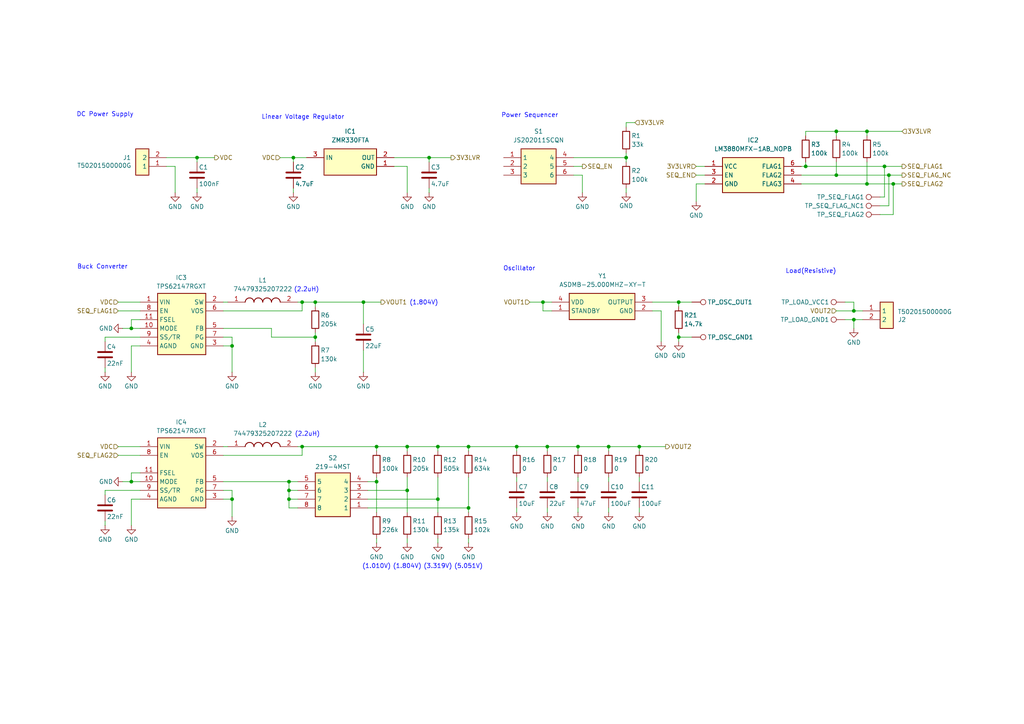
<source format=kicad_sch>
(kicad_sch (version 20250114) (generator "eeschema") (generator_version "9.0")
  (paper "A4")
  (title_block (title "FPGA Pre Test") (date "2025-10-09") (rev "v1.0.0") (comment 1 "Github: https://github.com/bsiyoung/FPGA_Pre_Test") (comment 2 "Author: Park Siyoung"))
  (lib_symbols
    (symbol "219-4MST:219-4MST"
      (property "Reference" "S" (at 16.51 7.62 0))
      (property "Value" "219-4MST" (at 16.51 5.08 0))
      (symbol "219-4MST_1_1"
        (rectangle (start 5.08 2.54) (end 15.24 -10.16) (stroke (width 0.254)) (fill (type background)))
        (pin passive line (at 0 0 0) (length 5.08) (name "1") (number "1"))
        (pin passive line (at 0 -2.54 0) (length 5.08) (name "2") (number "2"))
        (pin passive line (at 0 -5.08 0) (length 5.08) (name "3") (number "3"))
        (pin passive line (at 0 -7.62 0) (length 5.08) (name "4") (number "4"))
        (pin passive line (at 20.32 0 180) (length 5.08) (name "8") (number "8"))
        (pin passive line (at 20.32 -2.54 180) (length 5.08) (name "7") (number "7"))
        (pin passive line (at 20.32 -5.08 180) (length 5.08) (name "6") (number "6"))
        (pin passive line (at 20.32 -7.62 180) (length 5.08) (name "5") (number "5"))
      )
    )
    (symbol "74479325207222:74479325207222" (pin_names (hide yes))
      (property "Reference" "L" (at 16.51 6.35 0))
      (property "Value" "74479325207222" (at 16.51 3.81 0))
      (symbol "74479325207222_1_1"
        (arc (start 5.08 0) (mid 6.35 1.219) (end 7.62 0) (stroke (width 0.254)))
        (arc (start 7.62 0) (mid 8.89 1.219) (end 10.16 0) (stroke (width 0.254)))
        (arc (start 10.16 0) (mid 11.43 1.219) (end 12.7 0) (stroke (width 0.254)))
        (arc (start 12.7 0) (mid 13.97 1.219) (end 15.24 0) (stroke (width 0.254)))
        (pin passive line (at 0 0 0) (length 5.08) (name "1") (number "1"))
        (pin passive line (at 20.32 0 180) (length 5.08) (name "2") (number "2"))
      )
    )
    (symbol "ASDMB-25.000MHZ-XY-T:ASDMB-25.000MHZ-XY-T"
      (property "Reference" "Y1" (at 14.732 7.62 0))
      (property "Value" "ASDMB-25.000MHZ-XY-T" (at 14.732 5.08 0))
      (symbol "ASDMB-25.000MHZ-XY-T_1_1"
        (rectangle (start 5.08 2.54) (end 24.13 -5.08) (stroke (width 0.254)) (fill (type background)))
        (pin passive line (at 0 0 0) (length 5.08) (name "VDD") (number "4"))
        (pin passive line (at 0 -2.54 0) (length 5.08) (name "STANDBY") (number "1"))
        (pin passive line (at 29.21 0 180) (length 5.08) (name "OUTPUT") (number "3"))
        (pin passive line (at 29.21 -2.54 180) (length 5.08) (name "GND") (number "2"))
      )
    )
    (symbol "Connector:TestPoint" (pin_numbers (hide yes)) (pin_names (offset 0.762) (hide yes))
      (property "Reference" "TP" (at 0 6.858 0))
      (property "Value" "TestPoint" (at 0 5.08 0))
      (symbol "TestPoint_0_1"
        (circle (center 0 3.302) (radius 0.762))
      )
      (symbol "TestPoint_1_1"
        (pin passive line (at 0 0 90) (length 2.54) (name "1") (number "1"))
      )
    )
    (symbol "Device:C" (pin_numbers (hide yes)) (pin_names (offset 0.254))
      (property "Reference" "C" (at 0.635 2.54 0))
      (property "Value" "C" (at 0.635 -2.54 0))
      (symbol "C_0_1"
        (polyline (pts (xy -2.032 0.762) (xy 2.032 0.762)) (stroke (width 0.508)))
        (polyline (pts (xy -2.032 -0.762) (xy 2.032 -0.762)) (stroke (width 0.508)))
      )
      (symbol "C_1_1"
        (pin passive line (at 0 3.81 270) (length 2.794) (name "~") (number "1"))
        (pin passive line (at 0 -3.81 90) (length 2.794) (name "~") (number "2"))
      )
    )
    (symbol "Device:R" (pin_numbers (hide yes)) (pin_names (offset 0))
      (property "Reference" "R" (at 2.032 0 90))
      (property "Value" "R" (at 0 0 90))
      (symbol "R_0_1"
        (rectangle (start -1.016 -2.54) (end 1.016 2.54) (stroke (width 0.254)))
      )
      (symbol "R_1_1"
        (pin passive line (at 0 3.81 270) (length 1.27) (name "~") (number "1"))
        (pin passive line (at 0 -3.81 90) (length 1.27) (name "~") (number "2"))
      )
    )
    (symbol "JS202011SCQN:JS202011SCQN"
      (property "Reference" "S" (at 16.51 7.62 0))
      (property "Value" "JS202011SCQN" (at 16.51 5.08 0))
      (symbol "JS202011SCQN_1_1"
        (rectangle (start 5.08 2.54) (end 15.24 -7.62) (stroke (width 0.254)) (fill (type background)))
        (pin passive line (at 0 0 0) (length 5.08) (name "1") (number "1"))
        (pin passive line (at 0 -2.54 0) (length 5.08) (name "2") (number "2"))
        (pin passive line (at 0 -5.08 0) (length 5.08) (name "3") (number "3"))
        (pin passive line (at 20.32 0 180) (length 5.08) (name "4") (number "4"))
        (pin passive line (at 20.32 -2.54 180) (length 5.08) (name "5") (number "5"))
        (pin passive line (at 20.32 -5.08 180) (length 5.08) (name "6") (number "6"))
      )
    )
    (symbol "LM3880MFX-1AB_NOPB:LM3880MFX-1AB_NOPB"
      (property "Reference" "IC2" (at 13.97 7.62 0))
      (property "Value" "LM3880MFX-1AB_NOPB" (at 13.97 5.08 0))
      (symbol "LM3880MFX-1AB_NOPB_1_1"
        (rectangle (start 5.08 2.54) (end 22.86 -7.62) (stroke (width 0.254)) (fill (type background)))
        (pin passive line (at 0 0 0) (length 5.08) (name "VCC") (number "1"))
        (pin passive line (at 0 -2.54 0) (length 5.08) (name "EN") (number "3"))
        (pin passive line (at 0 -5.08 0) (length 5.08) (name "GND") (number "2"))
        (pin passive line (at 27.94 0 180) (length 5.08) (name "FLAG1") (number "6"))
        (pin passive line (at 27.94 -2.54 180) (length 5.08) (name "FLAG2") (number "5"))
        (pin passive line (at 27.94 -5.08 180) (length 5.08) (name "FLAG3") (number "4"))
      )
    )
    (symbol "T50201500000G:T50201500000G"
      (property "Reference" "J1" (at 10.16 -10.16 0))
      (property "Value" "T50201500000G" (at 10.16 -7.62 0))
      (symbol "T50201500000G_1_1"
        (rectangle (start 5.08 2.54) (end 8.89 -5.08) (stroke (width 0.254)) (fill (type background)))
        (pin passive line (at 0 0 0) (length 5.08) (name "1") (number "1"))
        (pin passive line (at 0 -2.54 0) (length 5.08) (name "2") (number "2"))
      )
    )
    (symbol "TPS62147RGXT:TPS62147RGXT"
      (property "Reference" "IC3" (at 11.938 7.112 0))
      (property "Value" "TPS62147RGXT" (at 11.938 4.572 0))
      (symbol "TPS62147RGXT_1_1"
        (rectangle (start 5.08 2.54) (end 19.05 -15.24) (stroke (width 0.254)) (fill (type background)))
        (pin passive line (at 0 0 0) (length 5.08) (name "VIN") (number "1"))
        (pin passive line (at 0 -2.54 0) (length 5.08) (name "EN") (number "8"))
        (pin passive line (at 0 -5.08 0) (length 5.08) (name "FSEL") (number "11"))
        (pin passive line (at 0 -7.62 0) (length 5.08) (name "MODE") (number "10"))
        (pin passive line (at 0 -10.16 0) (length 5.08) (name "SS/TR") (number "9"))
        (pin passive line (at 0 -12.7 0) (length 5.08) (name "AGND") (number "4"))
        (pin passive line (at 24.13 0 180) (length 5.08) (name "SW") (number "2"))
        (pin passive line (at 24.13 -2.54 180) (length 5.08) (name "VOS") (number "6"))
        (pin passive line (at 24.13 -7.62 180) (length 5.08) (name "FB") (number "5"))
        (pin passive line (at 24.13 -10.16 180) (length 5.08) (name "PG") (number "7"))
        (pin passive line (at 24.13 -12.7 180) (length 5.08) (name "GND") (number "3"))
      )
    )
    (symbol "TPS62147RGXT_1"
      (property "Reference" "IC4" (at 11.938 7.112 0))
      (property "Value" "TPS62147RGXT" (at 11.938 4.572 0))
      (symbol "TPS62147RGXT_1_1_1"
        (rectangle (start 5.08 2.54) (end 19.05 -17.78) (stroke (width 0.254)) (fill (type background)))
        (pin passive line (at 0 0 0) (length 5.08) (name "VIN") (number "1"))
        (pin passive line (at 0 -2.54 0) (length 5.08) (name "EN") (number "8"))
        (pin passive line (at 0 -7.62 0) (length 5.08) (name "FSEL") (number "11"))
        (pin passive line (at 0 -10.16 0) (length 5.08) (name "MODE") (number "10"))
        (pin passive line (at 0 -12.7 0) (length 5.08) (name "SS/TR") (number "9"))
        (pin passive line (at 0 -15.24 0) (length 5.08) (name "AGND") (number "4"))
        (pin passive line (at 24.13 0 180) (length 5.08) (name "SW") (number "2"))
        (pin passive line (at 24.13 -2.54 180) (length 5.08) (name "VOS") (number "6"))
        (pin passive line (at 24.13 -10.16 180) (length 5.08) (name "FB") (number "5"))
        (pin passive line (at 24.13 -12.7 180) (length 5.08) (name "PG") (number "7"))
        (pin passive line (at 24.13 -15.24 180) (length 5.08) (name "GND") (number "3"))
      )
    )
    (symbol "ZMR330FTA:ZMR330FTA"
      (property "Reference" "IC1" (at 12.7 7.62 0))
      (property "Value" "ZMR330FTA" (at 12.7 5.08 0))
      (symbol "ZMR330FTA_1_1"
        (rectangle (start 5.08 2.54) (end 20.32 -5.08) (stroke (width 0.254)) (fill (type background)))
        (pin passive line (at 0 0 0) (length 5.08) (name "IN") (number "3"))
        (pin passive line (at 25.4 0 180) (length 5.08) (name "OUT") (number "2"))
        (pin passive line (at 25.4 -2.54 180) (length 5.08) (name "GND") (number "1"))
      )
    )
    (symbol "power:GND" (power) (pin_numbers (hide yes)) (pin_names (offset 0) (hide yes))
      (property "Value" "GND" (at 0 -3.81 0))
      (symbol "GND_0_1"
        (polyline (pts (xy 0 0) (xy 0 -1.27) (xy 1.27 -1.27) (xy 0 -2.54) (xy -1.27 -1.27) (xy 0 -1.27)))
      )
      (symbol "GND_1_1"
        (pin power_in line (at 0 0 270) (length 0) (name "~") (number "1"))
      )
    )
  )
  (text "Linear Voltage Regulator\n" (at 87.884 34.036 0) (effects (font (size 1.27 1.27))))
  (text "(1.804V)" (at 122.936 87.884 0) (effects (font (size 1.27 1.27))))
  (text "Oscillator" (at 150.622 77.978 0) (effects (font (size 1.27 1.27))))
  (text "(1.010V)" (at 109.22 164.338 0) (effects (font (size 1.27 1.27))))
  (text "Power Sequencer" (at 153.67 33.528 0) (effects (font (size 1.27 1.27))))
  (text "(2.2uH)" (at 89.154 125.984 0) (effects (font (size 1.27 1.27))))
  (text "Buck Converter" (at 29.718 77.47 0) (effects (font (size 1.27 1.27))))
  (text "(2.2uH)" (at 88.9 84.074 0) (effects (font (size 1.27 1.27))))
  (text "Load(Resistive)" (at 235.204 78.74 0) (effects (font (size 1.27 1.27))))
  (text "(3.319V)" (at 127 164.338 0) (effects (font (size 1.27 1.27))))
  (text "(1.804V)" (at 118.11 164.338 0) (effects (font (size 1.27 1.27))))
  (text "DC Power Supply\n" (at 30.48 33.274 0) (effects (font (size 1.27 1.27))))
  (text "(5.051V)" (at 135.89 164.338 0) (effects (font (size 1.27 1.27))))
  (junction (at 109.22 139.7))
  (junction (at 109.22 129.54))
  (junction (at 124.46 45.72))
  (junction (at 233.68 48.26))
  (junction (at 91.44 97.79))
  (junction (at 247.65 92.71))
  (junction (at 87.63 87.63))
  (junction (at 185.42 129.54))
  (junction (at 256.54 48.26))
  (junction (at 149.86 129.54))
  (junction (at 257.81 50.8))
  (junction (at 135.89 147.32))
  (junction (at 105.41 87.63))
  (junction (at 247.65 90.17))
  (junction (at 167.64 129.54))
  (junction (at 251.46 53.34))
  (junction (at 242.57 50.8))
  (junction (at 259.08 53.34))
  (junction (at 127 129.54))
  (junction (at 67.31 144.78))
  (junction (at 196.85 87.63))
  (junction (at 87.63 129.54))
  (junction (at 85.09 45.72))
  (junction (at 57.15 45.72))
  (junction (at 196.85 97.79))
  (junction (at 127 144.78))
  (junction (at 38.1 139.7))
  (junction (at 118.11 129.54))
  (junction (at 158.75 129.54))
  (junction (at 135.89 129.54))
  (junction (at 83.82 142.24))
  (junction (at 176.53 129.54))
  (junction (at 38.1 95.25))
  (junction (at 83.82 144.78))
  (junction (at 157.48 87.63))
  (junction (at 67.31 100.33))
  (junction (at 118.11 142.24))
  (junction (at 251.46 38.1))
  (junction (at 91.44 87.63))
  (junction (at 83.82 139.7))
  (junction (at 181.61 45.72))
  (junction (at 242.57 38.1))
  (wire (pts (xy 87.63 87.63) (xy 86.36 87.63)))
  (wire (pts (xy 83.82 139.7) (xy 83.82 142.24)))
  (wire (pts (xy 256.54 48.26) (xy 256.54 57.15)))
  (wire (pts (xy 247.65 92.71) (xy 250.19 92.71)))
  (wire (pts (xy 232.41 50.8) (xy 242.57 50.8)))
  (wire (pts (xy 160.02 90.17) (xy 157.48 90.17)))
  (wire (pts (xy 251.46 38.1) (xy 251.46 39.37)))
  (wire (pts (xy 196.85 88.9) (xy 196.85 87.63)))
  (wire (pts (xy 85.09 45.72) (xy 88.9 45.72)))
  (wire (pts (xy 166.37 48.26) (xy 168.91 48.26)))
  (wire (pts (xy 127 129.54) (xy 135.89 129.54)))
  (wire (pts (xy 105.41 93.98) (xy 105.41 87.63)))
  (wire (pts (xy 149.86 129.54) (xy 158.75 129.54)))
  (wire (pts (xy 242.57 50.8) (xy 257.81 50.8)))
  (wire (pts (xy 247.65 90.17) (xy 250.19 90.17)))
  (wire (pts (xy 106.68 139.7) (xy 109.22 139.7)))
  (wire (pts (xy 127 138.43) (xy 127 144.78)))
  (wire (pts (xy 233.68 48.26) (xy 233.68 46.99)))
  (wire (pts (xy 245.11 87.63) (xy 247.65 87.63)))
  (wire (pts (xy 135.89 156.21) (xy 135.89 157.48)))
  (wire (pts (xy 181.61 54.61) (xy 181.61 55.88)))
  (wire (pts (xy 176.53 147.32) (xy 176.53 148.59)))
  (wire (pts (xy 109.22 129.54) (xy 109.22 130.81)))
  (wire (pts (xy 158.75 138.43) (xy 158.75 139.7)))
  (wire (pts (xy 38.1 144.78) (xy 40.64 144.78)))
  (wire (pts (xy 135.89 129.54) (xy 149.86 129.54)))
  (wire (pts (xy 257.81 50.8) (xy 261.62 50.8)))
  (wire (pts (xy 247.65 95.25) (xy 247.65 92.71)))
  (wire (pts (xy 109.22 139.7) (xy 109.22 148.59)))
  (wire (pts (xy 78.74 95.25) (xy 78.74 97.79)))
  (wire (pts (xy 158.75 147.32) (xy 158.75 148.59)))
  (wire (pts (xy 124.46 45.72) (xy 130.81 45.72)))
  (wire (pts (xy 30.48 151.13) (xy 30.48 152.4)))
  (wire (pts (xy 167.64 138.43) (xy 167.64 139.7)))
  (wire (pts (xy 57.15 45.72) (xy 62.23 45.72)))
  (wire (pts (xy 105.41 101.6) (xy 105.41 107.95)))
  (wire (pts (xy 83.82 147.32) (xy 83.82 144.78)))
  (wire (pts (xy 67.31 142.24) (xy 67.31 144.78)))
  (wire (pts (xy 242.57 38.1) (xy 242.57 39.37)))
  (wire (pts (xy 87.63 87.63) (xy 91.44 87.63)))
  (wire (pts (xy 255.27 59.69) (xy 257.81 59.69)))
  (wire (pts (xy 118.11 129.54) (xy 127 129.54)))
  (wire (pts (xy 176.53 138.43) (xy 176.53 139.7)))
  (wire (pts (xy 38.1 144.78) (xy 38.1 152.4)))
  (wire (pts (xy 185.42 129.54) (xy 185.42 130.81)))
  (wire (pts (xy 196.85 97.79) (xy 200.66 97.79)))
  (wire (pts (xy 135.89 138.43) (xy 135.89 147.32)))
  (wire (pts (xy 87.63 129.54) (xy 86.36 129.54)))
  (wire (pts (xy 256.54 48.26) (xy 261.62 48.26)))
  (wire (pts (xy 40.64 97.79) (xy 30.48 97.79)))
  (wire (pts (xy 64.77 144.78) (xy 67.31 144.78)))
  (wire (pts (xy 50.8 48.26) (xy 48.26 48.26)))
  (wire (pts (xy 251.46 53.34) (xy 232.41 53.34)))
  (wire (pts (xy 38.1 100.33) (xy 38.1 107.95)))
  (wire (pts (xy 201.93 48.26) (xy 204.47 48.26)))
  (wire (pts (xy 106.68 144.78) (xy 127 144.78)))
  (wire (pts (xy 35.56 95.25) (xy 38.1 95.25)))
  (wire (pts (xy 149.86 147.32) (xy 149.86 148.59)))
  (wire (pts (xy 118.11 129.54) (xy 118.11 130.81)))
  (wire (pts (xy 176.53 129.54) (xy 185.42 129.54)))
  (wire (pts (xy 30.48 142.24) (xy 30.48 143.51)))
  (wire (pts (xy 167.64 129.54) (xy 167.64 130.81)))
  (wire (pts (xy 30.48 97.79) (xy 30.48 99.06)))
  (wire (pts (xy 109.22 138.43) (xy 109.22 139.7)))
  (wire (pts (xy 38.1 92.71) (xy 38.1 95.25)))
  (wire (pts (xy 157.48 87.63) (xy 160.02 87.63)))
  (wire (pts (xy 64.77 142.24) (xy 67.31 142.24)))
  (wire (pts (xy 81.28 45.72) (xy 85.09 45.72)))
  (wire (pts (xy 127 156.21) (xy 127 157.48)))
  (wire (pts (xy 185.42 138.43) (xy 185.42 139.7)))
  (wire (pts (xy 251.46 46.99) (xy 251.46 53.34)))
  (wire (pts (xy 242.57 38.1) (xy 251.46 38.1)))
  (wire (pts (xy 124.46 54.61) (xy 124.46 55.88)))
  (wire (pts (xy 201.93 53.34) (xy 201.93 58.42)))
  (wire (pts (xy 127 129.54) (xy 127 130.81)))
  (wire (pts (xy 64.77 95.25) (xy 78.74 95.25)))
  (wire (pts (xy 38.1 100.33) (xy 40.64 100.33)))
  (wire (pts (xy 114.3 45.72) (xy 124.46 45.72)))
  (wire (pts (xy 64.77 97.79) (xy 67.31 97.79)))
  (wire (pts (xy 167.64 147.32) (xy 167.64 148.59)))
  (wire (pts (xy 67.31 100.33) (xy 67.31 107.95)))
  (wire (pts (xy 114.3 48.26) (xy 118.11 48.26)))
  (wire (pts (xy 196.85 97.79) (xy 196.85 99.06)))
  (wire (pts (xy 191.77 99.06) (xy 191.77 90.17)))
  (wire (pts (xy 201.93 50.8) (xy 204.47 50.8)))
  (wire (pts (xy 78.74 97.79) (xy 91.44 97.79)))
  (wire (pts (xy 109.22 129.54) (xy 118.11 129.54)))
  (wire (pts (xy 232.41 48.26) (xy 233.68 48.26)))
  (wire (pts (xy 185.42 129.54) (xy 193.04 129.54)))
  (wire (pts (xy 91.44 88.9) (xy 91.44 87.63)))
  (wire (pts (xy 251.46 38.1) (xy 261.62 38.1)))
  (wire (pts (xy 85.09 45.72) (xy 85.09 46.99)))
  (wire (pts (xy 34.29 132.08) (xy 40.64 132.08)))
  (wire (pts (xy 153.67 87.63) (xy 157.48 87.63)))
  (wire (pts (xy 259.08 53.34) (xy 261.62 53.34)))
  (wire (pts (xy 50.8 55.88) (xy 50.8 48.26)))
  (wire (pts (xy 38.1 139.7) (xy 40.64 139.7)))
  (wire (pts (xy 87.63 90.17) (xy 87.63 87.63)))
  (wire (pts (xy 255.27 62.23) (xy 259.08 62.23)))
  (wire (pts (xy 196.85 96.52) (xy 196.85 97.79)))
  (wire (pts (xy 124.46 45.72) (xy 124.46 46.99)))
  (wire (pts (xy 40.64 92.71) (xy 38.1 92.71)))
  (wire (pts (xy 106.68 147.32) (xy 135.89 147.32)))
  (wire (pts (xy 185.42 147.32) (xy 185.42 148.59)))
  (wire (pts (xy 256.54 57.15) (xy 255.27 57.15)))
  (wire (pts (xy 204.47 53.34) (xy 201.93 53.34)))
  (wire (pts (xy 168.91 50.8) (xy 166.37 50.8)))
  (wire (pts (xy 242.57 90.17) (xy 247.65 90.17)))
  (wire (pts (xy 118.11 138.43) (xy 118.11 142.24)))
  (wire (pts (xy 149.86 138.43) (xy 149.86 139.7)))
  (wire (pts (xy 64.77 90.17) (xy 87.63 90.17)))
  (wire (pts (xy 191.77 90.17) (xy 189.23 90.17)))
  (wire (pts (xy 259.08 53.34) (xy 259.08 62.23)))
  (wire (pts (xy 118.11 142.24) (xy 118.11 148.59)))
  (wire (pts (xy 168.91 55.88) (xy 168.91 50.8)))
  (wire (pts (xy 67.31 97.79) (xy 67.31 100.33)))
  (wire (pts (xy 245.11 92.71) (xy 247.65 92.71)))
  (wire (pts (xy 83.82 142.24) (xy 83.82 144.78)))
  (wire (pts (xy 118.11 55.88) (xy 118.11 48.26)))
  (wire (pts (xy 196.85 87.63) (xy 189.23 87.63)))
  (wire (pts (xy 83.82 144.78) (xy 86.36 144.78)))
  (wire (pts (xy 105.41 87.63) (xy 91.44 87.63)))
  (wire (pts (xy 38.1 139.7) (xy 38.1 137.16)))
  (wire (pts (xy 34.29 90.17) (xy 40.64 90.17)))
  (wire (pts (xy 149.86 129.54) (xy 149.86 130.81)))
  (wire (pts (xy 64.77 139.7) (xy 83.82 139.7)))
  (wire (pts (xy 196.85 87.63) (xy 200.66 87.63)))
  (wire (pts (xy 86.36 147.32) (xy 83.82 147.32)))
  (wire (pts (xy 48.26 45.72) (xy 57.15 45.72)))
  (wire (pts (xy 40.64 142.24) (xy 30.48 142.24)))
  (wire (pts (xy 83.82 142.24) (xy 86.36 142.24)))
  (wire (pts (xy 106.68 142.24) (xy 118.11 142.24)))
  (wire (pts (xy 135.89 147.32) (xy 135.89 148.59)))
  (wire (pts (xy 233.68 48.26) (xy 256.54 48.26)))
  (wire (pts (xy 181.61 45.72) (xy 181.61 46.99)))
  (wire (pts (xy 91.44 96.52) (xy 91.44 97.79)))
  (wire (pts (xy 38.1 95.25) (xy 40.64 95.25)))
  (wire (pts (xy 35.56 139.7) (xy 38.1 139.7)))
  (wire (pts (xy 57.15 45.72) (xy 57.15 46.99)))
  (wire (pts (xy 157.48 90.17) (xy 157.48 87.63)))
  (wire (pts (xy 176.53 129.54) (xy 176.53 130.81)))
  (wire (pts (xy 38.1 137.16) (xy 40.64 137.16)))
  (wire (pts (xy 167.64 129.54) (xy 176.53 129.54)))
  (wire (pts (xy 30.48 106.68) (xy 30.48 107.95)))
  (wire (pts (xy 85.09 54.61) (xy 85.09 55.88)))
  (wire (pts (xy 257.81 59.69) (xy 257.81 50.8)))
  (wire (pts (xy 67.31 144.78) (xy 67.31 149.86)))
  (wire (pts (xy 109.22 156.21) (xy 109.22 157.48)))
  (wire (pts (xy 91.44 97.79) (xy 91.44 99.06)))
  (wire (pts (xy 127 144.78) (xy 127 148.59)))
  (wire (pts (xy 166.37 45.72) (xy 181.61 45.72)))
  (wire (pts (xy 83.82 139.7) (xy 86.36 139.7)))
  (wire (pts (xy 34.29 87.63) (xy 40.64 87.63)))
  (wire (pts (xy 251.46 53.34) (xy 259.08 53.34)))
  (wire (pts (xy 181.61 44.45) (xy 181.61 45.72)))
  (wire (pts (xy 158.75 129.54) (xy 158.75 130.81)))
  (wire (pts (xy 91.44 106.68) (xy 91.44 107.95)))
  (wire (pts (xy 67.31 100.33) (xy 64.77 100.33)))
  (wire (pts (xy 64.77 132.08) (xy 87.63 132.08)))
  (wire (pts (xy 105.41 87.63) (xy 110.49 87.63)))
  (wire (pts (xy 34.29 129.54) (xy 40.64 129.54)))
  (wire (pts (xy 233.68 38.1) (xy 242.57 38.1)))
  (wire (pts (xy 158.75 129.54) (xy 167.64 129.54)))
  (wire (pts (xy 135.89 129.54) (xy 135.89 130.81)))
  (wire (pts (xy 184.15 35.56) (xy 181.61 35.56)))
  (wire (pts (xy 181.61 35.56) (xy 181.61 36.83)))
  (wire (pts (xy 87.63 129.54) (xy 87.63 132.08)))
  (wire (pts (xy 233.68 38.1) (xy 233.68 39.37)))
  (wire (pts (xy 242.57 50.8) (xy 242.57 46.99)))
  (wire (pts (xy 118.11 156.21) (xy 118.11 157.48)))
  (wire (pts (xy 57.15 54.61) (xy 57.15 55.88)))
  (wire (pts (xy 64.77 87.63) (xy 66.04 87.63)))
  (wire (pts (xy 64.77 129.54) (xy 66.04 129.54)))
  (wire (pts (xy 87.63 129.54) (xy 109.22 129.54)))
  (wire (pts (xy 247.65 87.63) (xy 247.65 90.17)))
  (hierarchical_label "VDC" (shape input) (at 34.29 129.54 180))
  (hierarchical_label "SEQ_EN" (shape input) (at 201.93 50.8 180))
  (hierarchical_label "SEQ_EN" (shape output) (at 168.91 48.26 0))
  (hierarchical_label "SEQ_FLAG2" (shape output) (at 261.62 53.34 0))
  (hierarchical_label "3V3LVR" (shape input) (at 184.15 35.56 0))
  (hierarchical_label "VOUT2" (shape input) (at 242.57 90.17 180))
  (hierarchical_label "VDC" (shape input) (at 34.29 87.63 180))
  (hierarchical_label "VDC" (shape output) (at 62.23 45.72 0))
  (hierarchical_label "VOUT1" (shape output) (at 110.49 87.63 0))
  (hierarchical_label "SEQ_FLAG_NC" (shape output) (at 261.62 50.8 0))
  (hierarchical_label "3V3LVR" (shape input) (at 261.62 38.1 0))
  (hierarchical_label "SEQ_FLAG1" (shape output) (at 261.62 48.26 0))
  (hierarchical_label "VOUT1" (shape input) (at 153.67 87.63 180))
  (hierarchical_label "VDC" (shape input) (at 81.28 45.72 180))
  (hierarchical_label "SEQ_FLAG1" (shape input) (at 34.29 90.17 180))
  (hierarchical_label "VOUT2" (shape output) (at 193.04 129.54 0))
  (hierarchical_label "SEQ_FLAG2" (shape input) (at 34.29 132.08 180))
  (hierarchical_label "3V3LVR" (shape input) (at 201.93 48.26 180))
  (hierarchical_label "3V3LVR" (shape output) (at 130.81 45.72 0))
  (symbol (lib_id "power:GND") (at 67.31 149.86 0) (unit 1)
    (property "Reference" "#PWR018" (effects (hide yes)))
    (property "Value" "GND" (at 67.31 153.924 0))
    (property "Description" "Power symbol creates a global label with name \"GND\" , ground" (effects (hide yes)))
  )
  (symbol (lib_id "Device:C") (at 124.46 50.8 0) (unit 1)
    (property "Reference" "C3" (at 124.968 48.514 0) (effects (justify left)))
    (property "Value" "4.7uF" (at 124.968 53.34 0) (effects (justify left)))
    (property "Footprint" "Capacitor_SMD:C_0603_1608Metric" (effects (hide yes)))
    (property "Description" "Unpolarized capacitor" (effects (hide yes)))
  )
  (symbol (lib_id "power:GND") (at 201.93 58.42 0) (unit 1)
    (property "Reference" "#PWR05" (effects (hide yes)))
    (property "Value" "GND" (at 201.93 62.484 0))
    (property "Description" "Power symbol creates a global label with name \"GND\" , ground" (effects (hide yes)))
  )
  (symbol (lib_id "power:GND") (at 168.91 55.88 0) (unit 1)
    (property "Reference" "#PWR06" (effects (hide yes)))
    (property "Value" "GND" (at 168.91 59.944 0))
    (property "Description" "Power symbol creates a global label with name \"GND\" , ground" (effects (hide yes)))
  )
  (symbol (lib_id "219-4MST:219-4MST") (at 106.68 147.32 180) (unit 1)
    (property "Reference" "S2" (at 96.52 132.842 0))
    (property "Value" "219-4MST" (at 96.52 135.382 0))
    (property "Footprint" "219-4MST:2194MST" (effects (hide yes)))
    (property "Datasheet" "https://componentsearchengine.com/Datasheets/1/219-4MST.pdf" (effects (hide yes)))
    (property "Description" "DIP Switches / SIP Switches" (effects (hide yes)))
    (property "Height" "4.3" (effects (hide yes)))
    (property "Mouser Part Number" "774-2194MST" (effects (hide yes)))
    (property "Mouser Price/Stock" "https://www.mouser.co.uk/ProductDetail/CTS-Electronic-Components/219-4MST?qs=qNzHFtQhdJ8xGV2Z9mul9A%3D%3D" (effects (hide yes)))
    (property "Manufacturer_Name" "CTS" (effects (hide yes)))
    (property "Manufacturer_Part_Number" "219-4MST" (effects (hide yes)))
  )
  (symbol (lib_id "power:GND") (at 158.75 148.59 0) (unit 1)
    (property "Reference" "#PWR024" (effects (hide yes)))
    (property "Value" "GND" (at 158.75 152.654 0))
    (property "Description" "Power symbol creates a global label with name \"GND\" , ground" (effects (hide yes)))
  )
  (symbol (lib_id "TPS62147RGXT:TPS62147RGXT") (at 40.64 87.63 0) (unit 1)
    (property "Reference" "IC3" (at 52.578 80.518 0))
    (property "Value" "TPS62147RGXT" (at 52.578 83.058 0))
    (property "Footprint" "TPS62147RGXT:TPS62147RGXT" (effects (hide yes)))
    (property "Datasheet" "http://www.ti.com/lit/gpn/TPS62147" (effects (hide yes)))
    (property "Description" "3-17V 2.0A Step-Down Converter with 1% accuracy and PFM/Forced-PWM in 2x3QFN" (effects (hide yes)))
    (property "Height" "1" (effects (hide yes)))
    (property "Mouser Part Number" "595-TPS62147RGXT" (effects (hide yes)))
    (property "Mouser Price/Stock" "https://www.mouser.co.uk/ProductDetail/Texas-Instruments/TPS62147RGXT?qs=55YtniHzbhA45fnTDB2zbg%3D%3D" (effects (hide yes)))
    (property "Manufacturer_Name" "Texas Instruments" (effects (hide yes)))
    (property "Manufacturer_Part_Number" "TPS62147RGXT" (effects (hide yes)))
  )
  (symbol (lib_id "power:GND") (at 247.65 95.25 0) (unit 1)
    (property "Reference" "#PWR028" (effects (hide yes)))
    (property "Value" "GND" (at 247.65 99.314 0))
    (property "Description" "Power symbol creates a global label with name \"GND\" , ground" (effects (hide yes)))
  )
  (symbol (lib_id "power:GND") (at 127 157.48 0) (unit 1)
    (property "Reference" "#PWR022" (effects (hide yes)))
    (property "Value" "GND" (at 127 161.544 0))
    (property "Description" "Power symbol creates a global label with name \"GND\" , ground" (effects (hide yes)))
  )
  (symbol (lib_id "Device:R") (at 135.89 134.62 0) (unit 1)
    (property "Reference" "R14" (at 137.414 133.35 0) (effects (justify left)))
    (property "Value" "634k" (at 137.414 135.89 0) (effects (justify left)))
    (property "Footprint" "Resistor_SMD:R_0603_1608Metric" (effects (hide yes)))
    (property "Description" "Resistor" (effects (hide yes)))
  )
  (symbol (lib_id "Device:R") (at 233.68 43.18 0) (unit 1)
    (property "Reference" "R3" (at 235.204 41.91 0) (effects (justify left)))
    (property "Value" "100k" (at 235.204 44.45 0) (effects (justify left)))
    (property "Footprint" "Resistor_SMD:R_0603_1608Metric" (effects (hide yes)))
    (property "Description" "Resistor" (effects (hide yes)))
  )
  (symbol (lib_name "TPS62147RGXT_1") (lib_id "TPS62147RGXT:TPS62147RGXT") (at 40.64 129.54 0) (unit 1)
    (property "Reference" "IC4" (at 52.578 122.428 0))
    (property "Value" "TPS62147RGXT" (at 52.578 124.968 0))
    (property "Footprint" "TPS62147RGXT:TPS62147RGXT" (effects (hide yes)))
    (property "Datasheet" "http://www.ti.com/lit/gpn/TPS62147" (effects (hide yes)))
    (property "Description" "3-17V 2.0A Step-Down Converter with 1% accuracy and PFM/Forced-PWM in 2x3QFN" (effects (hide yes)))
    (property "Height" "1" (effects (hide yes)))
    (property "Mouser Part Number" "595-TPS62147RGXT" (effects (hide yes)))
    (property "Mouser Price/Stock" "https://www.mouser.co.uk/ProductDetail/Texas-Instruments/TPS62147RGXT?qs=55YtniHzbhA45fnTDB2zbg%3D%3D" (effects (hide yes)))
    (property "Manufacturer_Name" "Texas Instruments" (effects (hide yes)))
    (property "Manufacturer_Part_Number" "TPS62147RGXT" (effects (hide yes)))
  )
  (symbol (lib_id "Device:R") (at 109.22 152.4 0) (unit 1)
    (property "Reference" "R9" (at 110.744 151.13 0) (effects (justify left)))
    (property "Value" "226k" (at 110.744 153.67 0) (effects (justify left)))
    (property "Footprint" "Resistor_SMD:R_0603_1608Metric" (effects (hide yes)))
    (property "Description" "Resistor" (effects (hide yes)))
  )
  (symbol (lib_id "Device:R") (at 118.11 152.4 0) (unit 1)
    (property "Reference" "R11" (at 119.634 151.13 0) (effects (justify left)))
    (property "Value" "130k" (at 119.634 153.67 0) (effects (justify left)))
    (property "Footprint" "Resistor_SMD:R_0603_1608Metric" (effects (hide yes)))
    (property "Description" "Resistor" (effects (hide yes)))
  )
  (symbol (lib_id "Device:R") (at 181.61 50.8 0) (unit 1)
    (property "Reference" "R2" (at 183.134 49.53 0) (effects (justify left)))
    (property "Value" "100k" (at 183.134 52.07 0) (effects (justify left)))
    (property "Footprint" "Resistor_SMD:R_0603_1608Metric" (effects (hide yes)))
    (property "Description" "Resistor" (effects (hide yes)))
  )
  (symbol (lib_id "Device:R") (at 109.22 134.62 0) (unit 1)
    (property "Reference" "R8" (at 110.744 133.35 0) (effects (justify left)))
    (property "Value" "100k" (at 110.744 135.89 0) (effects (justify left)))
    (property "Footprint" "Resistor_SMD:R_0603_1608Metric" (effects (hide yes)))
    (property "Description" "Resistor" (effects (hide yes)))
  )
  (symbol (lib_id "power:GND") (at 35.56 95.25 270) (unit 1)
    (property "Reference" "#PWR09" (effects (hide yes)))
    (property "Value" "GND" (at 30.734 95.25 90))
    (property "Description" "Power symbol creates a global label with name \"GND\" , ground" (effects (hide yes)))
  )
  (symbol (lib_id "ZMR330FTA:ZMR330FTA") (at 88.9 45.72 0) (unit 1)
    (property "Reference" "IC1" (at 101.6 38.1 0))
    (property "Value" "ZMR330FTA" (at 101.6 40.64 0))
    (property "Footprint" "ZMR330FTA:ZMR330FTA" (effects (hide yes)))
    (property "Datasheet" "https://www.diodes.com//assets/Datasheets/ZMRSERIES.pdf" (effects (hide yes)))
    (property "Description" "Diodes Inc ZMR330FTA, Single Linear Voltage Regulator, 100mA 3.3 V, 3-Pin SOT-23" (effects (hide yes)))
    (property "Height" "1.2" (effects (hide yes)))
    (property "Mouser Part Number" "522-ZMR330FTA" (effects (hide yes)))
    (property "Mouser Price/Stock" "https://www.mouser.co.uk/ProductDetail/Diodes-Incorporated/ZMR330FTA?qs=xR5F%252B7zL279AZmsu1D3H1w%3D%3D" (effects (hide yes)))
    (property "Manufacturer_Name" "Diodes Incorporated" (effects (hide yes)))
    (property "Manufacturer_Part_Number" "ZMR330FTA" (effects (hide yes)))
  )
  (symbol (lib_id "power:GND") (at 124.46 55.88 0) (unit 1)
    (property "Reference" "#PWR04" (effects (hide yes)))
    (property "Value" "GND" (at 124.46 59.944 0))
    (property "Description" "Power symbol creates a global label with name \"GND\" , ground" (effects (hide yes)))
  )
  (symbol (lib_id "power:GND") (at 118.11 157.48 0) (unit 1)
    (property "Reference" "#PWR021" (effects (hide yes)))
    (property "Value" "GND" (at 118.11 161.544 0))
    (property "Description" "Power symbol creates a global label with name \"GND\" , ground" (effects (hide yes)))
  )
  (symbol (lib_id "power:GND") (at 185.42 148.59 0) (unit 1)
    (property "Reference" "#PWR027" (effects (hide yes)))
    (property "Value" "GND" (at 185.42 152.654 0))
    (property "Description" "Power symbol creates a global label with name \"GND\" , ground" (effects (hide yes)))
  )
  (symbol (lib_id "Device:C") (at 105.41 97.79 0) (unit 1)
    (property "Reference" "C5" (at 105.918 95.504 0) (effects (justify left)))
    (property "Value" "22uF" (at 105.918 100.33 0) (effects (justify left)))
    (property "Footprint" "Capacitor_SMD:C_0603_1608Metric" (effects (hide yes)))
    (property "Description" "Unpolarized capacitor" (effects (hide yes)))
  )
  (symbol (lib_id "Device:R") (at 185.42 134.62 0) (unit 1)
    (property "Reference" "R20" (at 186.944 133.35 0) (effects (justify left)))
    (property "Value" "0" (at 186.944 135.89 0) (effects (justify left)))
    (property "Footprint" "Resistor_SMD:R_0603_1608Metric" (effects (hide yes)))
    (property "Description" "Resistor" (effects (hide yes)))
  )
  (symbol (lib_id "power:GND") (at 91.44 107.95 0) (unit 1)
    (property "Reference" "#PWR011" (effects (hide yes)))
    (property "Value" "GND" (at 91.44 112.014 0))
    (property "Description" "Power symbol creates a global label with name \"GND\" , ground" (effects (hide yes)))
  )
  (symbol (lib_id "power:GND") (at 50.8 55.88 0) (unit 1)
    (property "Reference" "#PWR01" (effects (hide yes)))
    (property "Value" "GND" (at 50.8 59.944 0))
    (property "Description" "Power symbol creates a global label with name \"GND\" , ground" (effects (hide yes)))
  )
  (symbol (lib_id "power:GND") (at 35.56 139.7 270) (unit 1)
    (property "Reference" "#PWR016" (effects (hide yes)))
    (property "Value" "GND" (at 30.734 139.7 90))
    (property "Description" "Power symbol creates a global label with name \"GND\" , ground" (effects (hide yes)))
  )
  (symbol (lib_id "power:GND") (at 67.31 107.95 0) (unit 1)
    (property "Reference" "#PWR010" (effects (hide yes)))
    (property "Value" "GND" (at 67.31 112.014 0))
    (property "Description" "Power symbol creates a global label with name \"GND\" , ground" (effects (hide yes)))
  )
  (symbol (lib_id "power:GND") (at 118.11 55.88 0) (unit 1)
    (property "Reference" "#PWR02" (effects (hide yes)))
    (property "Value" "GND" (at 118.11 59.944 0))
    (property "Description" "Power symbol creates a global label with name \"GND\" , ground" (effects (hide yes)))
  )
  (symbol (lib_id "Device:C") (at 185.42 143.51 0) (unit 1)
    (property "Reference" "C11" (at 185.928 141.224 0) (effects (justify left)))
    (property "Value" "100uF" (at 185.928 146.05 0) (effects (justify left)))
    (property "Footprint" "Capacitor_SMD:C_0603_1608Metric" (effects (hide yes)))
    (property "Description" "Unpolarized capacitor" (effects (hide yes)))
  )
  (symbol (lib_id "JS202011SCQN:JS202011SCQN") (at 146.05 45.72 0) (unit 1)
    (property "Reference" "S1" (at 156.21 38.1 0))
    (property "Value" "JS202011SCQN" (at 156.21 40.64 0))
    (property "Footprint" "JS202011SCQN:JS202011SCQN" (effects (hide yes)))
    (property "Datasheet" "https://www.ckswitches.com/media/1422/js.pdf" (effects (hide yes)))
    (property "Description" "Sub miniature slide switches" (effects (hide yes)))
    (property "Height" "5.5" (effects (hide yes)))
    (property "Mouser Part Number" "611-JS202011SCQN" (effects (hide yes)))
    (property "Mouser Price/Stock" "https://www.mouser.co.uk/ProductDetail/CK/JS202011SCQN?qs=LgMIjt8LuD95JYWxZ7NvZA%3D%3D" (effects (hide yes)))
    (property "Manufacturer_Name" "C & K COMPONENTS" (effects (hide yes)))
    (property "Manufacturer_Part_Number" "JS202011SCQN" (effects (hide yes)))
  )
  (symbol (lib_id "Device:C") (at 158.75 143.51 0) (unit 1)
    (property "Reference" "C8" (at 159.258 141.224 0) (effects (justify left)))
    (property "Value" "22uF" (at 159.258 146.05 0) (effects (justify left)))
    (property "Footprint" "Capacitor_SMD:C_0603_1608Metric" (effects (hide yes)))
    (property "Description" "Unpolarized capacitor" (effects (hide yes)))
  )
  (symbol (lib_id "Device:R") (at 242.57 43.18 0) (unit 1)
    (property "Reference" "R4" (at 244.094 41.91 0) (effects (justify left)))
    (property "Value" "100k" (at 244.094 44.45 0) (effects (justify left)))
    (property "Footprint" "Resistor_SMD:R_0603_1608Metric" (effects (hide yes)))
    (property "Description" "Resistor" (effects (hide yes)))
  )
  (symbol (lib_id "power:GND") (at 191.77 99.06 0) (unit 1)
    (property "Reference" "#PWR029" (effects (hide yes)))
    (property "Value" "GND" (at 191.77 103.124 0))
    (property "Description" "Power symbol creates a global label with name \"GND\" , ground" (effects (hide yes)))
  )
  (symbol (lib_id "power:GND") (at 30.48 152.4 0) (unit 1)
    (property "Reference" "#PWR015" (effects (hide yes)))
    (property "Value" "GND" (at 30.48 156.464 0))
    (property "Description" "Power symbol creates a global label with name \"GND\" , ground" (effects (hide yes)))
  )
  (symbol (lib_id "power:GND") (at 57.15 55.88 0) (unit 1)
    (property "Reference" "#PWR014" (effects (hide yes)))
    (property "Value" "GND" (at 57.15 59.944 0))
    (property "Description" "Power symbol creates a global label with name \"GND\" , ground" (effects (hide yes)))
  )
  (symbol (lib_id "Device:R") (at 91.44 92.71 0) (unit 1)
    (property "Reference" "R6" (at 92.964 91.44 0) (effects (justify left)))
    (property "Value" "205k" (at 92.964 93.98 0) (effects (justify left)))
    (property "Footprint" "Resistor_SMD:R_0603_1608Metric" (effects (hide yes)))
    (property "Description" "Resistor" (effects (hide yes)))
  )
  (symbol (lib_id "power:GND") (at 38.1 152.4 0) (unit 1)
    (property "Reference" "#PWR017" (effects (hide yes)))
    (property "Value" "GND" (at 38.1 156.464 0))
    (property "Description" "Power symbol creates a global label with name \"GND\" , ground" (effects (hide yes)))
  )
  (symbol (lib_id "power:GND") (at 30.48 107.95 0) (unit 1)
    (property "Reference" "#PWR08" (effects (hide yes)))
    (property "Value" "GND" (at 30.48 112.014 0))
    (property "Description" "Power symbol creates a global label with name \"GND\" , ground" (effects (hide yes)))
  )
  (symbol (lib_id "Device:R") (at 176.53 134.62 0) (unit 1)
    (property "Reference" "R19" (at 178.054 133.35 0) (effects (justify left)))
    (property "Value" "0" (at 178.054 135.89 0) (effects (justify left)))
    (property "Footprint" "Resistor_SMD:R_0603_1608Metric" (effects (hide yes)))
    (property "Description" "Resistor" (effects (hide yes)))
  )
  (symbol (lib_id "power:GND") (at 149.86 148.59 0) (unit 1)
    (property "Reference" "#PWR020" (effects (hide yes)))
    (property "Value" "GND" (at 149.86 152.654 0))
    (property "Description" "Power symbol creates a global label with name \"GND\" , ground" (effects (hide yes)))
  )
  (symbol (lib_id "Device:C") (at 30.48 102.87 0) (unit 1)
    (property "Reference" "C4" (at 30.988 100.584 0) (effects (justify left)))
    (property "Value" "22nF" (at 30.988 105.41 0) (effects (justify left)))
    (property "Footprint" "Capacitor_SMD:C_0603_1608Metric" (effects (hide yes)))
    (property "Description" "Unpolarized capacitor" (effects (hide yes)))
  )
  (symbol (lib_id "Device:R") (at 158.75 134.62 0) (unit 1)
    (property "Reference" "R17" (at 160.274 133.35 0) (effects (justify left)))
    (property "Value" "0" (at 160.274 135.89 0) (effects (justify left)))
    (property "Footprint" "Resistor_SMD:R_0603_1608Metric" (effects (hide yes)))
    (property "Description" "Resistor" (effects (hide yes)))
  )
  (symbol (lib_id "Device:R") (at 118.11 134.62 0) (unit 1)
    (property "Reference" "R10" (at 119.634 133.35 0) (effects (justify left)))
    (property "Value" "205k" (at 119.634 135.89 0) (effects (justify left)))
    (property "Footprint" "Resistor_SMD:R_0603_1608Metric" (effects (hide yes)))
    (property "Description" "Resistor" (effects (hide yes)))
  )
  (symbol (lib_id "Device:C") (at 167.64 143.51 0) (unit 1)
    (property "Reference" "C9" (at 168.148 141.224 0) (effects (justify left)))
    (property "Value" "47uF" (at 168.148 146.05 0) (effects (justify left)))
    (property "Footprint" "Capacitor_SMD:C_0603_1608Metric" (effects (hide yes)))
    (property "Description" "Unpolarized capacitor" (effects (hide yes)))
  )
  (symbol (lib_id "Device:R") (at 181.61 40.64 0) (unit 1)
    (property "Reference" "R1" (at 183.134 39.37 0) (effects (justify left)))
    (property "Value" "33k" (at 183.134 41.91 0) (effects (justify left)))
    (property "Footprint" "Resistor_SMD:R_0603_1608Metric" (effects (hide yes)))
    (property "Description" "Resistor" (effects (hide yes)))
  )
  (symbol (lib_id "Device:R") (at 127 134.62 0) (unit 1)
    (property "Reference" "R12" (at 128.524 133.35 0) (effects (justify left)))
    (property "Value" "505k" (at 128.524 135.89 0) (effects (justify left)))
    (property "Footprint" "Resistor_SMD:R_0603_1608Metric" (effects (hide yes)))
    (property "Description" "Resistor" (effects (hide yes)))
  )
  (symbol (lib_id "Connector:TestPoint") (at 255.27 62.23 90) (unit 1)
    (property "Reference" "TP_SEQ_FLAG2" (at 250.698 62.23 90) (effects (justify left)))
    (property "Value" "TestPoint" (effects (hide yes)))
    (property "Footprint" "TestPoint:TestPoint_Pad_D1.5mm" (effects (hide yes)))
    (property "Description" "test point" (effects (hide yes)))
  )
  (symbol (lib_id "power:GND") (at 109.22 157.48 0) (unit 1)
    (property "Reference" "#PWR019" (effects (hide yes)))
    (property "Value" "GND" (at 109.22 161.544 0))
    (property "Description" "Power symbol creates a global label with name \"GND\" , ground" (effects (hide yes)))
  )
  (symbol (lib_id "power:GND") (at 85.09 55.88 0) (unit 1)
    (property "Reference" "#PWR03" (effects (hide yes)))
    (property "Value" "GND" (at 85.09 59.944 0))
    (property "Description" "Power symbol creates a global label with name \"GND\" , ground" (effects (hide yes)))
  )
  (symbol (lib_id "T50201500000G:T50201500000G") (at 48.26 48.26 180) (unit 1)
    (property "Reference" "J1" (at 36.83 45.72 0))
    (property "Value" "T50201500000G" (at 30.226 48.006 0))
    (property "Footprint" "T50201500000G:T50201500000G" (effects (hide yes)))
    (property "Datasheet" "https://www.mouser.co.uk/datasheet/2/18/9t_Oefo5So2A-1379158.pdf" (effects (hide yes)))
    (property "Description" "Pluggable Terminal Blocks TB WIR PRO 180D SOL" (effects (hide yes)))
    (property "Height" "8.9" (effects (hide yes)))
    (property "Mouser Part Number" "649-T502015000J0G" (effects (hide yes)))
    (property "Mouser Price/Stock" "https://www.mouser.co.uk/ProductDetail/Amphenol-Anytek/T50201500000G?qs=Mv7BduZupUj7X%2FJbrShOSA%3D%3D" (effects (hide yes)))
    (property "Manufacturer_Name" "Amphenol" (effects (hide yes)))
    (property "Manufacturer_Part_Number" "T50201500000G" (effects (hide yes)))
  )
  (symbol (lib_id "T50201500000G:T50201500000G") (at 250.19 90.17 0) (unit 1)
    (property "Reference" "J2" (at 261.62 92.71 0))
    (property "Value" "T50201500000G" (at 268.224 90.424 0))
    (property "Footprint" "T50201500000G:T50201500000G" (effects (hide yes)))
    (property "Datasheet" "https://www.mouser.co.uk/datasheet/2/18/9t_Oefo5So2A-1379158.pdf" (effects (hide yes)))
    (property "Description" "Pluggable Terminal Blocks TB WIR PRO 180D SOL" (effects (hide yes)))
    (property "Height" "8.9" (effects (hide yes)))
    (property "Mouser Part Number" "649-T502015000J0G" (effects (hide yes)))
    (property "Mouser Price/Stock" "https://www.mouser.co.uk/ProductDetail/Amphenol-Anytek/T50201500000G?qs=Mv7BduZupUj7X%2FJbrShOSA%3D%3D" (effects (hide yes)))
    (property "Manufacturer_Name" "Amphenol" (effects (hide yes)))
    (property "Manufacturer_Part_Number" "T50201500000G" (effects (hide yes)))
  )
  (symbol (lib_id "Device:R") (at 91.44 102.87 0) (unit 1)
    (property "Reference" "R7" (at 92.964 101.6 0) (effects (justify left)))
    (property "Value" "130k" (at 92.964 104.14 0) (effects (justify left)))
    (property "Footprint" "Resistor_SMD:R_0603_1608Metric" (effects (hide yes)))
    (property "Description" "Resistor" (effects (hide yes)))
  )
  (symbol (lib_id "power:GND") (at 181.61 55.88 0) (unit 1)
    (property "Reference" "#PWR07" (effects (hide yes)))
    (property "Value" "GND" (at 181.61 59.69 0))
    (property "Description" "Power symbol creates a global label with name \"GND\" , ground" (effects (hide yes)))
  )
  (symbol (lib_id "Connector:TestPoint") (at 245.11 87.63 90) (unit 1)
    (property "Reference" "TP_LOAD_VCC1" (at 240.538 87.63 90) (effects (justify left)))
    (property "Value" "TestPoint" (effects (hide yes)))
    (property "Footprint" "TestPoint:TestPoint_Pad_D1.5mm" (effects (hide yes)))
    (property "Description" "test point" (effects (hide yes)))
  )
  (symbol (lib_id "Device:C") (at 30.48 147.32 0) (unit 1)
    (property "Reference" "C6" (at 30.988 145.034 0) (effects (justify left)))
    (property "Value" "22nF" (at 30.988 149.86 0) (effects (justify left)))
    (property "Footprint" "Capacitor_SMD:C_0603_1608Metric" (effects (hide yes)))
    (property "Description" "Unpolarized capacitor" (effects (hide yes)))
  )
  (symbol (lib_id "Device:R") (at 196.85 92.71 0) (unit 1)
    (property "Reference" "R21" (at 198.374 91.44 0) (effects (justify left)))
    (property "Value" "14.7k" (at 198.374 93.98 0) (effects (justify left)))
    (property "Footprint" "Resistor_SMD:R_0603_1608Metric" (effects (hide yes)))
    (property "Description" "Resistor" (effects (hide yes)))
  )
  (symbol (lib_id "Device:R") (at 135.89 152.4 0) (unit 1)
    (property "Reference" "R15" (at 137.414 151.13 0) (effects (justify left)))
    (property "Value" "102k" (at 137.414 153.67 0) (effects (justify left)))
    (property "Footprint" "Resistor_SMD:R_0603_1608Metric" (effects (hide yes)))
    (property "Description" "Resistor" (effects (hide yes)))
  )
  (symbol (lib_id "Device:C") (at 176.53 143.51 0) (unit 1)
    (property "Reference" "C10" (at 177.038 141.224 0) (effects (justify left)))
    (property "Value" "100uF" (at 177.038 146.05 0) (effects (justify left)))
    (property "Footprint" "Capacitor_SMD:C_0603_1608Metric" (effects (hide yes)))
    (property "Description" "Unpolarized capacitor" (effects (hide yes)))
  )
  (symbol (lib_id "Device:R") (at 149.86 134.62 0) (unit 1)
    (property "Reference" "R16" (at 151.384 133.35 0) (effects (justify left)))
    (property "Value" "0" (at 151.384 135.89 0) (effects (justify left)))
    (property "Footprint" "Resistor_SMD:R_0603_1608Metric" (effects (hide yes)))
    (property "Description" "Resistor" (effects (hide yes)))
  )
  (symbol (lib_id "power:GND") (at 176.53 148.59 0) (unit 1)
    (property "Reference" "#PWR026" (effects (hide yes)))
    (property "Value" "GND" (at 176.53 152.654 0))
    (property "Description" "Power symbol creates a global label with name \"GND\" , ground" (effects (hide yes)))
  )
  (symbol (lib_id "Device:R") (at 167.64 134.62 0) (unit 1)
    (property "Reference" "R18" (at 169.164 133.35 0) (effects (justify left)))
    (property "Value" "0" (at 169.164 135.89 0) (effects (justify left)))
    (property "Footprint" "Resistor_SMD:R_0603_1608Metric" (effects (hide yes)))
    (property "Description" "Resistor" (effects (hide yes)))
  )
  (symbol (lib_id "power:GND") (at 135.89 157.48 0) (unit 1)
    (property "Reference" "#PWR023" (effects (hide yes)))
    (property "Value" "GND" (at 135.89 161.544 0))
    (property "Description" "Power symbol creates a global label with name \"GND\" , ground" (effects (hide yes)))
  )
  (symbol (lib_id "power:GND") (at 196.85 99.06 0) (unit 1)
    (property "Reference" "#PWR030" (effects (hide yes)))
    (property "Value" "GND" (at 196.85 103.124 0))
    (property "Description" "Power symbol creates a global label with name \"GND\" , ground" (effects (hide yes)))
  )
  (symbol (lib_id "Connector:TestPoint") (at 255.27 57.15 90) (unit 1)
    (property "Reference" "TP_SEQ_FLAG1" (at 250.698 57.15 90) (effects (justify left)))
    (property "Value" "TestPoint" (effects (hide yes)))
    (property "Footprint" "TestPoint:TestPoint_Pad_D1.5mm" (effects (hide yes)))
    (property "Description" "test point" (effects (hide yes)))
  )
  (symbol (lib_id "Connector:TestPoint") (at 200.66 97.79 270) (unit 1)
    (property "Reference" "TP_OSC_GND1" (at 205.232 97.79 90) (effects (justify left)))
    (property "Value" "TestPoint" (effects (hide yes)))
    (property "Footprint" "TestPoint:TestPoint_Pad_D1.5mm" (effects (hide yes)))
    (property "Description" "test point" (effects (hide yes)))
  )
  (symbol (lib_id "Device:C") (at 57.15 50.8 0) (unit 1)
    (property "Reference" "C1" (at 57.658 48.514 0) (effects (justify left)))
    (property "Value" "100nF" (at 57.658 53.34 0) (effects (justify left)))
    (property "Footprint" "Capacitor_SMD:C_0603_1608Metric" (effects (hide yes)))
    (property "Description" "Unpolarized capacitor" (effects (hide yes)))
  )
  (symbol (lib_id "Connector:TestPoint") (at 245.11 92.71 90) (unit 1)
    (property "Reference" "TP_LOAD_GND1" (at 240.538 92.71 90) (effects (justify left)))
    (property "Value" "TestPoint" (effects (hide yes)))
    (property "Footprint" "TestPoint:TestPoint_Pad_D1.5mm" (effects (hide yes)))
    (property "Description" "test point" (effects (hide yes)))
  )
  (symbol (lib_id "Device:C") (at 85.09 50.8 0) (unit 1)
    (property "Reference" "C2" (at 85.598 48.514 0) (effects (justify left)))
    (property "Value" "4.7uF" (at 85.598 53.34 0) (effects (justify left)))
    (property "Footprint" "Capacitor_SMD:C_1206_3216Metric" (effects (hide yes)))
    (property "Description" "Unpolarized capacitor" (effects (hide yes)))
  )
  (symbol (lib_id "Device:R") (at 251.46 43.18 0) (unit 1)
    (property "Reference" "R5" (at 252.984 41.91 0) (effects (justify left)))
    (property "Value" "100k" (at 252.984 44.45 0) (effects (justify left)))
    (property "Footprint" "Resistor_SMD:R_0603_1608Metric" (effects (hide yes)))
    (property "Description" "Resistor" (effects (hide yes)))
  )
  (symbol (lib_id "LM3880MFX-1AB_NOPB:LM3880MFX-1AB_NOPB") (at 204.47 48.26 0) (unit 1)
    (property "Reference" "IC2" (at 218.44 40.64 0))
    (property "Value" "LM3880MFX-1AB_NOPB" (at 218.44 43.18 0))
    (property "Footprint" "LM3880MFX-1AB_NOPB:SOT95P280X145-6N" (effects (hide yes)))
    (property "Datasheet" "http://www.ti.com/lit/gpn/lm3880" (effects (hide yes)))
    (property "Description" "3 Rail Simple Power Sequencer with Fixed Time Delay" (effects (hide yes)))
    (property "Height" "1.45" (effects (hide yes)))
    (property "Mouser Part Number" "926-LM3880MFX1ABNOPB" (effects (hide yes)))
    (property "Mouser Price/Stock" "https://www.mouser.co.uk/ProductDetail/Texas-Instruments/LM3880MFX-1AB-NOPB?qs=QbsRYf82W3HDF2qNeDWLVw%3D%3D" (effects (hide yes)))
    (property "Manufacturer_Name" "Texas Instruments" (effects (hide yes)))
    (property "Manufacturer_Part_Number" "LM3880MFX-1AB/NOPB" (effects (hide yes)))
  )
  (symbol (lib_id "power:GND") (at 38.1 107.95 0) (unit 1)
    (property "Reference" "#PWR013" (effects (hide yes)))
    (property "Value" "GND" (at 38.1 112.014 0))
    (property "Description" "Power symbol creates a global label with name \"GND\" , ground" (effects (hide yes)))
  )
  (symbol (lib_id "Connector:TestPoint") (at 255.27 59.69 90) (unit 1)
    (property "Reference" "TP_SEQ_FLAG_NC1" (at 250.698 59.69 90) (effects (justify left)))
    (property "Value" "TestPoint" (effects (hide yes)))
    (property "Footprint" "TestPoint:TestPoint_Pad_D1.5mm" (effects (hide yes)))
    (property "Description" "test point" (effects (hide yes)))
  )
  (symbol (lib_id "power:GND") (at 167.64 148.59 0) (unit 1)
    (property "Reference" "#PWR025" (effects (hide yes)))
    (property "Value" "GND" (at 167.64 152.654 0))
    (property "Description" "Power symbol creates a global label with name \"GND\" , ground" (effects (hide yes)))
  )
  (symbol (lib_id "power:GND") (at 105.41 107.95 0) (unit 1)
    (property "Reference" "#PWR012" (effects (hide yes)))
    (property "Value" "GND" (at 105.41 112.014 0))
    (property "Description" "Power symbol creates a global label with name \"GND\" , ground" (effects (hide yes)))
  )
  (symbol (lib_id "Device:C") (at 149.86 143.51 0) (unit 1)
    (property "Reference" "C7" (at 150.368 141.224 0) (effects (justify left)))
    (property "Value" "10uF" (at 150.368 146.05 0) (effects (justify left)))
    (property "Footprint" "Capacitor_SMD:C_0603_1608Metric" (effects (hide yes)))
    (property "Description" "Unpolarized capacitor" (effects (hide yes)))
  )
  (symbol (lib_id "74479325207222:74479325207222") (at 66.04 129.54 0) (unit 1)
    (property "Reference" "L2" (at 76.2 123.19 0))
    (property "Value" "74479325207222" (at 76.2 125.73 0))
    (property "Footprint" "74479325207222:74479325207222" (effects (hide yes)))
    (property "Datasheet" "https://www.we-online.com/components/products/datasheet/74479325207222.pdf" (effects (hide yes)))
    (property "Description" "2.2 H Shielded Molded Inductor 4 A 60mOhm Max 1008 (2520 Metric)" (effects (hide yes)))
    (property "Height" "1.2" (effects (hide yes)))
    (property "Manufacturer_Name" "Wurth Elektronik" (effects (hide yes)))
    (property "Manufacturer_Part_Number" "74479325207222" (effects (hide yes)))
  )
  (symbol (lib_id "ASDMB-25.000MHZ-XY-T:ASDMB-25.000MHZ-XY-T") (at 160.02 87.63 0) (unit 1)
    (property "Reference" "Y1" (at 174.752 80.01 0))
    (property "Value" "ASDMB-25.000MHZ-XY-T" (at 174.752 82.55 0))
    (property "Footprint" "ASDMB-25.000MHZ-XY-T:AbraconASDMB" (effects (hide yes)))
    (property "Datasheet" "https://abracon.com/Oscillators/ASDMB.pdf" (effects (hide yes)))
    (property "Description" "25 MHz XO (Standard) LVCMOS Oscillator 1.8V ~ 3.3V Standby (Power Down) 4-SMD, No Lead" (effects (hide yes)))
    (property "Height" "0.9" (effects (hide yes)))
    (property "Mouser Part Number" "815-ASDMB-25-XY-T" (effects (hide yes)))
    (property "Mouser Price/Stock" "https://www.mouser.co.uk/ProductDetail/ABRACON/ASDMB-25.000MHZ-XY-T?qs=CnD89xF1VSlgeJLQf2MQKg%3D%3D" (effects (hide yes)))
    (property "Manufacturer_Name" "ABRACON" (effects (hide yes)))
    (property "Manufacturer_Part_Number" "ASDMB-25.000MHZ-XY-T" (effects (hide yes)))
  )
  (symbol (lib_id "Device:R") (at 127 152.4 0) (unit 1)
    (property "Reference" "R13" (at 128.524 151.13 0) (effects (justify left)))
    (property "Value" "135k" (at 128.524 153.67 0) (effects (justify left)))
    (property "Footprint" "Resistor_SMD:R_0603_1608Metric" (effects (hide yes)))
    (property "Description" "Resistor" (effects (hide yes)))
  )
  (symbol (lib_id "Connector:TestPoint") (at 200.66 87.63 270) (unit 1)
    (property "Reference" "TP_OSC_OUT1" (at 205.232 87.63 90) (effects (justify left)))
    (property "Value" "TestPoint" (effects (hide yes)))
    (property "Footprint" "TestPoint:TestPoint_Pad_D1.5mm" (effects (hide yes)))
    (property "Description" "test point" (effects (hide yes)))
  )
  (symbol (lib_id "74479325207222:74479325207222") (at 66.04 87.63 0) (unit 1)
    (property "Reference" "L1" (at 76.2 81.28 0))
    (property "Value" "74479325207222" (at 76.2 83.82 0))
    (property "Footprint" "74479325207222:74479325207222" (effects (hide yes)))
    (property "Datasheet" "https://www.we-online.com/components/products/datasheet/74479325207222.pdf" (effects (hide yes)))
    (property "Description" "2.2 H Shielded Molded Inductor 4 A 60mOhm Max 1008 (2520 Metric)" (effects (hide yes)))
    (property "Height" "1.2" (effects (hide yes)))
    (property "Manufacturer_Name" "Wurth Elektronik" (effects (hide yes)))
    (property "Manufacturer_Part_Number" "74479325207222" (effects (hide yes)))
  )
)
</source>
